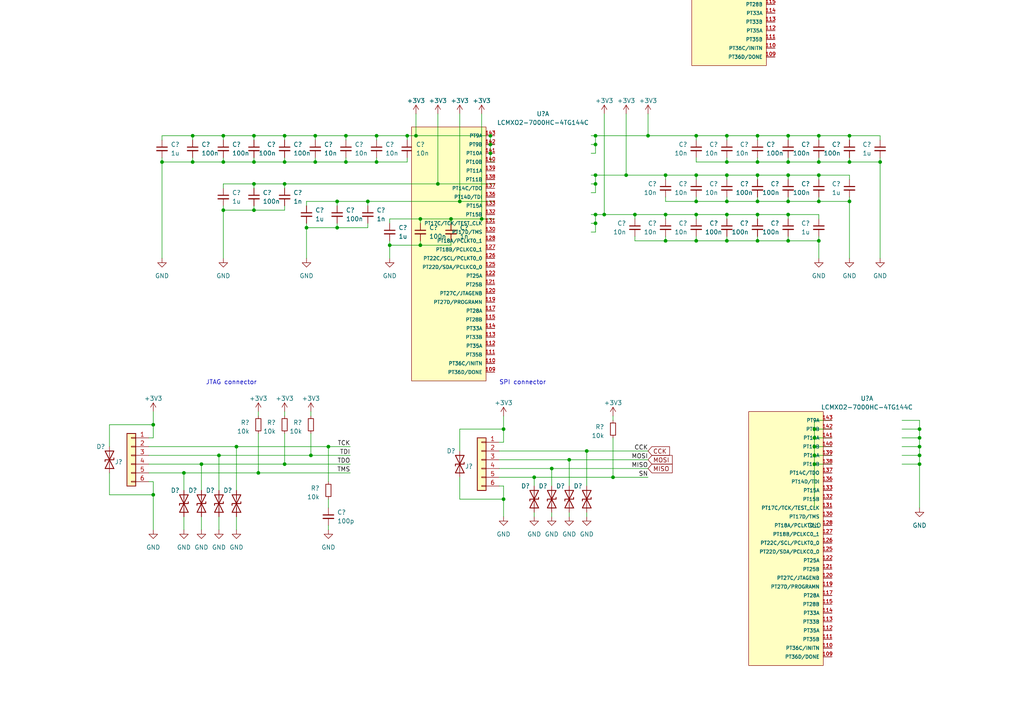
<source format=kicad_sch>
(kicad_sch (version 20220126) (generator eeschema)
  (paper "A4")
  (junction (at 53.34 137.16))
  (junction (at 236.22 134.62))
  (junction (at 146.05 144.78))
  (junction (at 63.5 132.08))
  (junction (at 228.6 69.85))
  (junction (at 68.58 129.54))
  (junction (at 172.72 41.91))
  (junction (at 187.96 39.37))
  (junction (at 82.55 53.34))
  (junction (at 118.11 39.37))
  (junction (at 219.71 50.8))
  (junction (at 46.99 46.99))
  (junction (at 201.93 58.42))
  (junction (at 219.71 69.85))
  (junction (at 236.22 127))
  (junction (at 121.92 71.12))
  (junction (at 172.72 64.77))
  (junction (at 228.6 46.99))
  (junction (at 113.03 71.12))
  (junction (at 44.45 143.51))
  (junction (at 210.82 46.99))
  (junction (at 73.66 39.37))
  (junction (at 106.68 58.42))
  (junction (at 266.7 132.08))
  (junction (at 97.79 66.04))
  (junction (at 130.81 63.5))
  (junction (at 246.38 39.37))
  (junction (at 160.02 135.89))
  (junction (at 219.71 58.42))
  (junction (at 266.7 129.54))
  (junction (at 100.33 39.37))
  (junction (at 133.35 58.42))
  (junction (at 193.04 69.85))
  (junction (at 64.77 60.96))
  (junction (at 73.66 46.99))
  (junction (at 181.61 50.8))
  (junction (at 228.6 39.37))
  (junction (at 58.42 134.62))
  (junction (at 266.7 124.46))
  (junction (at 228.6 50.8))
  (junction (at 146.05 124.46))
  (junction (at 172.72 50.8))
  (junction (at 73.66 60.96))
  (junction (at 82.55 46.99))
  (junction (at 237.49 58.42))
  (junction (at 237.49 46.99))
  (junction (at 91.44 39.37))
  (junction (at 266.7 134.62))
  (junction (at 64.77 46.99))
  (junction (at 228.6 58.42))
  (junction (at 201.93 69.85))
  (junction (at 210.82 50.8))
  (junction (at 55.88 46.99))
  (junction (at 74.93 137.16))
  (junction (at 236.22 129.54))
  (junction (at 73.66 53.34))
  (junction (at 201.93 62.23))
  (junction (at 237.49 50.8))
  (junction (at 201.93 39.37))
  (junction (at 266.7 127))
  (junction (at 210.82 39.37))
  (junction (at 91.44 46.99))
  (junction (at 210.82 62.23))
  (junction (at 121.92 63.5))
  (junction (at 236.22 124.46))
  (junction (at 236.22 132.08))
  (junction (at 142.24 39.37))
  (junction (at 172.72 53.34))
  (junction (at 165.1 133.35))
  (junction (at 175.26 62.23))
  (junction (at 172.72 39.37))
  (junction (at 172.72 62.23))
  (junction (at 139.7 63.5))
  (junction (at 120.65 39.37))
  (junction (at 127 53.34))
  (junction (at 193.04 62.23))
  (junction (at 237.49 69.85))
  (junction (at 64.77 39.37))
  (junction (at 44.45 123.19))
  (junction (at 237.49 39.37))
  (junction (at 88.9 66.04))
  (junction (at 246.38 58.42))
  (junction (at 100.33 46.99))
  (junction (at 82.55 134.62))
  (junction (at 219.71 62.23))
  (junction (at 55.88 39.37))
  (junction (at 90.17 132.08))
  (junction (at 142.24 44.45))
  (junction (at 170.18 130.81))
  (junction (at 184.15 62.23))
  (junction (at 142.24 41.91))
  (junction (at 210.82 69.85))
  (junction (at 97.79 58.42))
  (junction (at 154.94 138.43))
  (junction (at 177.8 138.43))
  (junction (at 109.22 39.37))
  (junction (at 255.27 46.99))
  (junction (at 95.25 129.54))
  (junction (at 82.55 39.37))
  (junction (at 219.71 46.99))
  (junction (at 210.82 58.42))
  (junction (at 201.93 50.8))
  (junction (at 246.38 46.99))
  (junction (at 228.6 62.23))
  (junction (at 193.04 50.8))
  (junction (at 219.71 39.37))
  (junction (at 109.22 46.99))
  (wire (pts (xy 246.38 58.42) (xy 246.38 74.93)))
  (wire (pts (xy 63.5 132.08) (xy 90.17 132.08)))
  (wire (pts (xy 130.81 63.5) (xy 139.7 63.5)))
  (wire (pts (xy 266.7 134.62) (xy 266.7 132.08)))
  (wire (pts (xy 44.45 143.51) (xy 44.45 153.67)))
  (wire (pts (xy 266.7 134.62) (xy 261.62 134.62)))
  (wire (pts (xy 160.02 135.89) (xy 160.02 140.97)))
  (wire (pts (xy 210.82 69.85) (xy 201.93 69.85)))
  (wire (pts (xy 82.55 60.96) (xy 73.66 60.96)))
  (wire (pts (xy 219.71 57.15) (xy 219.71 58.42)))
  (wire (pts (xy 113.03 71.12) (xy 113.03 74.93)))
  (wire (pts (xy 228.6 57.15) (xy 228.6 58.42)))
  (wire (pts (xy 228.6 45.72) (xy 228.6 46.99)))
  (wire (pts (xy 236.22 132.08) (xy 236.22 129.54)))
  (wire (pts (xy 172.72 50.8) (xy 181.61 50.8)))
  (wire (pts (xy 219.71 62.23) (xy 219.71 63.5)))
  (wire (pts (xy 90.17 125.73) (xy 90.17 132.08)))
  (wire (pts (xy 106.68 58.42) (xy 97.79 58.42)))
  (wire (pts (xy 55.88 39.37) (xy 55.88 40.64)))
  (wire (pts (xy 193.04 68.58) (xy 193.04 69.85)))
  (wire (pts (xy 55.88 46.99) (xy 46.99 46.99)))
  (wire (pts (xy 146.05 144.78) (xy 146.05 149.86)))
  (wire (pts (xy 228.6 50.8) (xy 228.6 52.07)))
  (wire (pts (xy 193.04 50.8) (xy 201.93 50.8)))
  (wire (pts (xy 266.7 127) (xy 261.62 127)))
  (wire (pts (xy 170.18 130.81) (xy 144.78 130.81)))
  (wire (pts (xy 133.35 130.81) (xy 133.35 124.46)))
  (wire (pts (xy 181.61 33.02) (xy 181.61 50.8)))
  (wire (pts (xy 53.34 137.16) (xy 53.34 142.24)))
  (wire (pts (xy 91.44 39.37) (xy 91.44 40.64)))
  (wire (pts (xy 210.82 68.58) (xy 210.82 69.85)))
  (wire (pts (xy 193.04 50.8) (xy 193.04 52.07)))
  (wire (pts (xy 236.22 124.46) (xy 236.22 121.92)))
  (wire (pts (xy 228.6 68.58) (xy 228.6 69.85)))
  (wire (pts (xy 95.25 129.54) (xy 101.6 129.54)))
  (wire (pts (xy 228.6 39.37) (xy 237.49 39.37)))
  (wire (pts (xy 31.75 129.54) (xy 31.75 123.19)))
  (wire (pts (xy 109.22 45.72) (xy 109.22 46.99)))
  (wire (pts (xy 82.55 59.69) (xy 82.55 60.96)))
  (wire (pts (xy 143.51 39.37) (xy 142.24 39.37)))
  (wire (pts (xy 210.82 62.23) (xy 210.82 63.5)))
  (wire (pts (xy 210.82 69.85) (xy 219.71 69.85)))
  (wire (pts (xy 201.93 39.37) (xy 201.93 40.64)))
  (wire (pts (xy 100.33 39.37) (xy 100.33 40.64)))
  (wire (pts (xy 97.79 58.42) (xy 97.79 59.69)))
  (wire (pts (xy 219.71 50.8) (xy 228.6 50.8)))
  (wire (pts (xy 190.5 -20.32) (xy 195.58 -20.32)))
  (wire (pts (xy 228.6 50.8) (xy 237.49 50.8)))
  (wire (pts (xy 175.26 33.02) (xy 175.26 62.23)))
  (wire (pts (xy 90.17 119.38) (xy 90.17 120.65)))
  (wire (pts (xy 127 33.02) (xy 127 53.34)))
  (wire (pts (xy 31.75 137.16) (xy 31.75 143.51)))
  (wire (pts (xy 201.93 50.8) (xy 201.93 52.07)))
  (wire (pts (xy 73.66 39.37) (xy 64.77 39.37)))
  (wire (pts (xy 193.04 62.23) (xy 193.04 63.5)))
  (wire (pts (xy 133.35 33.02) (xy 133.35 58.42)))
  (wire (pts (xy 201.93 62.23) (xy 201.93 63.5)))
  (wire (pts (xy 266.7 132.08) (xy 266.7 129.54)))
  (wire (pts (xy 43.18 134.62) (xy 58.42 134.62)))
  (wire (pts (xy 127 53.34) (xy 143.51 53.34)))
  (wire (pts (xy 177.8 127) (xy 177.8 138.43)))
  (wire (pts (xy 237.49 58.42) (xy 246.38 58.42)))
  (wire (pts (xy 121.92 63.5) (xy 113.03 63.5)))
  (wire (pts (xy 106.68 64.77) (xy 106.68 66.04)))
  (wire (pts (xy 146.05 120.65) (xy 146.05 124.46)))
  (wire (pts (xy 246.38 50.8) (xy 246.38 52.07)))
  (wire (pts (xy 46.99 46.99) (xy 46.99 74.93)))
  (wire (pts (xy 44.45 123.19) (xy 44.45 127)))
  (wire (pts (xy 237.49 57.15) (xy 237.49 58.42)))
  (wire (pts (xy 53.34 149.86) (xy 53.34 153.67)))
  (wire (pts (xy 210.82 62.23) (xy 201.93 62.23)))
  (wire (pts (xy 64.77 39.37) (xy 55.88 39.37)))
  (wire (pts (xy 82.55 45.72) (xy 82.55 46.99)))
  (wire (pts (xy 146.05 140.97) (xy 144.78 140.97)))
  (wire (pts (xy 133.35 138.43) (xy 133.35 144.78)))
  (wire (pts (xy 210.82 39.37) (xy 219.71 39.37)))
  (wire (pts (xy 95.25 129.54) (xy 95.25 139.7)))
  (wire (pts (xy 121.92 63.5) (xy 121.92 64.77)))
  (wire (pts (xy 73.66 39.37) (xy 73.66 40.64)))
  (wire (pts (xy 73.66 53.34) (xy 64.77 53.34)))
  (wire (pts (xy 210.82 50.8) (xy 210.82 52.07)))
  (wire (pts (xy 172.72 53.34) (xy 172.72 50.8)))
  (wire (pts (xy 154.94 138.43) (xy 154.94 140.97)))
  (wire (pts (xy 95.25 144.78) (xy 95.25 147.32)))
  (wire (pts (xy 187.96 138.43) (xy 177.8 138.43)))
  (wire (pts (xy 219.71 39.37) (xy 228.6 39.37)))
  (wire (pts (xy 219.71 62.23) (xy 228.6 62.23)))
  (wire (pts (xy 219.71 45.72) (xy 219.71 46.99)))
  (wire (pts (xy 88.9 58.42) (xy 88.9 59.69)))
  (wire (pts (xy 172.72 62.23) (xy 172.72 64.77)))
  (wire (pts (xy 236.22 127) (xy 241.3 127)))
  (wire (pts (xy 31.75 123.19) (xy 44.45 123.19)))
  (wire (pts (xy 237.49 50.8) (xy 246.38 50.8)))
  (wire (pts (xy 171.45 62.23) (xy 172.72 62.23)))
  (wire (pts (xy 210.82 39.37) (xy 210.82 40.64)))
  (wire (pts (xy 43.18 129.54) (xy 68.58 129.54)))
  (wire (pts (xy 210.82 58.42) (xy 219.71 58.42)))
  (wire (pts (xy 255.27 46.99) (xy 255.27 74.93)))
  (wire (pts (xy 181.61 50.8) (xy 193.04 50.8)))
  (wire (pts (xy 100.33 46.99) (xy 109.22 46.99)))
  (wire (pts (xy 109.22 39.37) (xy 100.33 39.37)))
  (wire (pts (xy 31.75 143.51) (xy 44.45 143.51)))
  (wire (pts (xy 113.03 -60.96) (xy 118.11 -60.96)))
  (wire (pts (xy 68.58 149.86) (xy 68.58 153.67)))
  (wire (pts (xy 171.45 55.88) (xy 172.72 55.88)))
  (wire (pts (xy 58.42 134.62) (xy 82.55 134.62)))
  (wire (pts (xy 187.96 130.81) (xy 170.18 130.81)))
  (wire (pts (xy 68.58 129.54) (xy 95.25 129.54)))
  (wire (pts (xy 139.7 33.02) (xy 139.7 63.5)))
  (wire (pts (xy 73.66 53.34) (xy 73.66 54.61)))
  (wire (pts (xy 237.49 46.99) (xy 246.38 46.99)))
  (wire (pts (xy 266.7 121.92) (xy 261.62 121.92)))
  (wire (pts (xy 177.8 138.43) (xy 154.94 138.43)))
  (wire (pts (xy 184.15 62.23) (xy 193.04 62.23)))
  (wire (pts (xy 228.6 62.23) (xy 228.6 63.5)))
  (wire (pts (xy 82.55 53.34) (xy 82.55 54.61)))
  (wire (pts (xy 133.35 124.46) (xy 146.05 124.46)))
  (wire (pts (xy 266.7 129.54) (xy 261.62 129.54)))
  (wire (pts (xy 100.33 46.99) (xy 91.44 46.99)))
  (wire (pts (xy 46.99 46.99) (xy 46.99 45.72)))
  (wire (pts (xy 193.04 58.42) (xy 201.93 58.42)))
  (wire (pts (xy 95.25 152.4) (xy 95.25 153.67)))
  (wire (pts (xy 53.34 137.16) (xy 74.93 137.16)))
  (wire (pts (xy 193.04 57.15) (xy 193.04 58.42)))
  (wire (pts (xy 82.55 53.34) (xy 127 53.34)))
  (wire (pts (xy 171.45 64.77) (xy 172.72 64.77)))
  (wire (pts (xy 171.45 53.34) (xy 172.72 53.34)))
  (wire (pts (xy 187.96 135.89) (xy 160.02 135.89)))
  (wire (pts (xy 130.81 71.12) (xy 121.92 71.12)))
  (wire (pts (xy 143.51 46.99) (xy 142.24 46.99)))
  (wire (pts (xy 130.81 69.85) (xy 130.81 71.12)))
  (wire (pts (xy 64.77 39.37) (xy 64.77 40.64)))
  (wire (pts (xy 201.93 50.8) (xy 210.82 50.8)))
  (wire (pts (xy 266.7 129.54) (xy 266.7 127)))
  (wire (pts (xy 97.79 58.42) (xy 88.9 58.42)))
  (wire (pts (xy 82.55 39.37) (xy 73.66 39.37)))
  (wire (pts (xy 201.93 45.72) (xy 201.93 46.99)))
  (wire (pts (xy 172.72 67.31) (xy 172.72 64.77)))
  (wire (pts (xy 142.24 44.45) (xy 143.51 44.45)))
  (wire (pts (xy 201.93 58.42) (xy 210.82 58.42)))
  (wire (pts (xy 210.82 45.72) (xy 210.82 46.99)))
  (wire (pts (xy 175.26 62.23) (xy 184.15 62.23)))
  (wire (pts (xy 172.72 41.91) (xy 172.72 39.37)))
  (wire (pts (xy 58.42 134.62) (xy 58.42 142.24)))
  (wire (pts (xy 44.45 119.38) (xy 44.45 123.19)))
  (wire (pts (xy 246.38 58.42) (xy 246.38 57.15)))
  (wire (pts (xy 74.93 125.73) (xy 74.93 137.16)))
  (wire (pts (xy 73.66 45.72) (xy 73.66 46.99)))
  (wire (pts (xy 219.71 69.85) (xy 228.6 69.85)))
  (wire (pts (xy 90.17 132.08) (xy 101.6 132.08)))
  (wire (pts (xy 82.55 134.62) (xy 101.6 134.62)))
  (wire (pts (xy 171.45 67.31) (xy 172.72 67.31)))
  (wire (pts (xy 46.99 39.37) (xy 46.99 40.64)))
  (wire (pts (xy 106.68 58.42) (xy 133.35 58.42)))
  (wire (pts (xy 100.33 39.37) (xy 91.44 39.37)))
  (wire (pts (xy 144.78 135.89) (xy 160.02 135.89)))
  (wire (pts (xy 184.15 62.23) (xy 184.15 63.5)))
  (wire (pts (xy 82.55 46.99) (xy 73.66 46.99)))
  (wire (pts (xy 144.78 138.43) (xy 154.94 138.43)))
  (wire (pts (xy 109.22 46.99) (xy 118.11 46.99)))
  (wire (pts (xy 190.5 -73.66) (xy 195.58 -73.66)))
  (wire (pts (xy 187.96 39.37) (xy 201.93 39.37)))
  (wire (pts (xy 44.45 127) (xy 43.18 127)))
  (wire (pts (xy 43.18 132.08) (xy 63.5 132.08)))
  (wire (pts (xy 121.92 69.85) (xy 121.92 71.12)))
  (wire (pts (xy 58.42 149.86) (xy 58.42 153.67)))
  (wire (pts (xy 88.9 66.04) (xy 88.9 64.77)))
  (wire (pts (xy 118.11 39.37) (xy 118.11 40.64)))
  (wire (pts (xy 133.35 58.42) (xy 143.51 58.42)))
  (wire (pts (xy 133.35 144.78) (xy 146.05 144.78)))
  (wire (pts (xy 82.55 125.73) (xy 82.55 134.62)))
  (wire (pts (xy 144.78 133.35) (xy 165.1 133.35)))
  (wire (pts (xy 64.77 45.72) (xy 64.77 46.99)))
  (wire (pts (xy 237.49 69.85) (xy 237.49 68.58)))
  (wire (pts (xy 171.45 41.91) (xy 172.72 41.91)))
  (wire (pts (xy 142.24 44.45) (xy 142.24 46.99)))
  (wire (pts (xy 236.22 134.62) (xy 236.22 132.08)))
  (wire (pts (xy 43.18 137.16) (xy 53.34 137.16)))
  (wire (pts (xy 97.79 66.04) (xy 88.9 66.04)))
  (wire (pts (xy 113.03 -73.66) (xy 118.11 -73.66)))
  (wire (pts (xy 193.04 62.23) (xy 201.93 62.23)))
  (wire (pts (xy 236.22 147.32) (xy 236.22 134.62)))
  (wire (pts (xy 142.24 39.37) (xy 142.24 41.91)))
  (wire (pts (xy 55.88 39.37) (xy 46.99 39.37)))
  (wire (pts (xy 237.49 39.37) (xy 237.49 40.64)))
  (wire (pts (xy 236.22 132.08) (xy 241.3 132.08)))
  (wire (pts (xy 120.65 33.02) (xy 120.65 39.37)))
  (wire (pts (xy 210.82 62.23) (xy 219.71 62.23)))
  (wire (pts (xy 255.27 39.37) (xy 255.27 40.64)))
  (wire (pts (xy 219.71 46.99) (xy 228.6 46.99)))
  (wire (pts (xy 74.93 137.16) (xy 101.6 137.16)))
  (wire (pts (xy 113.03 71.12) (xy 113.03 69.85)))
  (wire (pts (xy 63.5 149.86) (xy 63.5 153.67)))
  (wire (pts (xy 73.66 60.96) (xy 64.77 60.96)))
  (wire (pts (xy 44.45 139.7) (xy 43.18 139.7)))
  (wire (pts (xy 109.22 39.37) (xy 109.22 40.64)))
  (wire (pts (xy 121.92 71.12) (xy 113.03 71.12)))
  (wire (pts (xy 171.45 39.37) (xy 172.72 39.37)))
  (wire (pts (xy 44.45 139.7) (xy 44.45 143.51)))
  (wire (pts (xy 88.9 66.04) (xy 88.9 74.93)))
  (wire (pts (xy 172.72 62.23) (xy 175.26 62.23)))
  (wire (pts (xy 113.03 -71.12) (xy 118.11 -71.12)))
  (wire (pts (xy 228.6 62.23) (xy 237.49 62.23)))
  (wire (pts (xy 82.55 53.34) (xy 73.66 53.34)))
  (wire (pts (xy 130.81 63.5) (xy 130.81 64.77)))
  (wire (pts (xy 91.44 46.99) (xy 82.55 46.99)))
  (wire (pts (xy 171.45 44.45) (xy 172.72 44.45)))
  (wire (pts (xy 113.03 -63.5) (xy 118.11 -63.5)))
  (wire (pts (xy 91.44 45.72) (xy 91.44 46.99)))
  (wire (pts (xy 91.44 39.37) (xy 82.55 39.37)))
  (wire (pts (xy 74.93 119.38) (xy 74.93 120.65)))
  (wire (pts (xy 73.66 59.69) (xy 73.66 60.96)))
  (wire (pts (xy 236.22 129.54) (xy 236.22 127)))
  (wire (pts (xy 246.38 39.37) (xy 246.38 40.64)))
  (wire (pts (xy 82.55 39.37) (xy 82.55 40.64)))
  (wire (pts (xy 120.65 39.37) (xy 118.11 39.37)))
  (wire (pts (xy 64.77 60.96) (xy 64.77 59.69)))
  (wire (pts (xy 228.6 58.42) (xy 237.49 58.42)))
  (wire (pts (xy 266.7 132.08) (xy 261.62 132.08)))
  (wire (pts (xy 219.71 50.8) (xy 219.71 52.07)))
  (wire (pts (xy 146.05 140.97) (xy 146.05 144.78)))
  (wire (pts (xy 210.82 46.99) (xy 219.71 46.99)))
  (wire (pts (xy 106.68 58.42) (xy 106.68 59.69)))
  (wire (pts (xy 64.77 46.99) (xy 55.88 46.99)))
  (wire (pts (xy 201.93 68.58) (xy 201.93 69.85)))
  (wire (pts (xy 142.24 39.37) (xy 120.65 39.37)))
  (wire (pts (xy 187.96 33.02) (xy 187.96 39.37)))
  (wire (pts (xy 171.45 50.8) (xy 172.72 50.8)))
  (wire (pts (xy 236.22 124.46) (xy 241.3 124.46)))
  (wire (pts (xy 165.1 148.59) (xy 165.1 149.86)))
  (wire (pts (xy 266.7 124.46) (xy 266.7 121.92)))
  (wire (pts (xy 210.82 57.15) (xy 210.82 58.42)))
  (wire (pts (xy 219.71 68.58) (xy 219.71 69.85)))
  (wire (pts (xy 190.5 -76.2) (xy 195.58 -76.2)))
  (wire (pts (xy 68.58 129.54) (xy 68.58 142.24)))
  (wire (pts (xy 219.71 58.42) (xy 228.6 58.42)))
  (wire (pts (xy 172.72 39.37) (xy 187.96 39.37)))
  (wire (pts (xy 184.15 68.58) (xy 184.15 69.85)))
  (wire (pts (xy 237.49 69.85) (xy 237.49 74.93)))
  (wire (pts (xy 184.15 69.85) (xy 193.04 69.85)))
  (wire (pts (xy 266.7 124.46) (xy 261.62 124.46)))
  (wire (pts (xy 177.8 120.65) (xy 177.8 121.92)))
  (wire (pts (xy 55.88 45.72) (xy 55.88 46.99)))
  (wire (pts (xy 82.55 119.38) (xy 82.55 120.65)))
  (wire (pts (xy 172.72 55.88) (xy 172.72 53.34)))
  (wire (pts (xy 170.18 130.81) (xy 170.18 140.97)))
  (wire (pts (xy 139.7 63.5) (xy 143.51 63.5)))
  (wire (pts (xy 193.04 69.85) (xy 201.93 69.85)))
  (wire (pts (xy 64.77 53.34) (xy 64.77 54.61)))
  (wire (pts (xy 237.49 62.23) (xy 237.49 63.5)))
  (wire (pts (xy 228.6 39.37) (xy 228.6 40.64)))
  (wire (pts (xy 266.7 147.32) (xy 266.7 134.62)))
  (wire (pts (xy 201.93 57.15) (xy 201.93 58.42)))
  (wire (pts (xy 73.66 46.99) (xy 64.77 46.99)))
  (wire (pts (xy 266.7 127) (xy 266.7 124.46)))
  (wire (pts (xy 236.22 127) (xy 236.22 124.46)))
  (wire (pts (xy 142.24 41.91) (xy 143.51 41.91)))
  (wire (pts (xy 172.72 44.45) (xy 172.72 41.91)))
  (wire (pts (xy 63.5 132.08) (xy 63.5 142.24)))
  (wire (pts (xy 187.96 133.35) (xy 165.1 133.35)))
  (wire (pts (xy 142.24 41.91) (xy 142.24 44.45)))
  (wire (pts (xy 154.94 148.59) (xy 154.94 149.86)))
  (wire (pts (xy 236.22 129.54) (xy 241.3 129.54)))
  (wire (pts (xy 255.27 46.99) (xy 255.27 45.72)))
  (wire (pts (xy 237.49 39.37) (xy 246.38 39.37)))
  (wire (pts (xy 236.22 134.62) (xy 241.3 134.62)))
  (wire (pts (xy 106.68 66.04) (xy 97.79 66.04)))
  (wire (pts (xy 146.05 124.46) (xy 146.05 128.27)))
  (wire (pts (xy 165.1 133.35) (xy 165.1 140.97)))
  (wire (pts (xy 100.33 45.72) (xy 100.33 46.99)))
  (wire (pts (xy 201.93 39.37) (xy 210.82 39.37)))
  (wire (pts (xy 219.71 39.37) (xy 219.71 40.64)))
  (wire (pts (xy 201.93 46.99) (xy 210.82 46.99)))
  (wire (pts (xy 64.77 60.96) (xy 64.77 74.93)))
  (wire (pts (xy 236.22 121.92) (xy 241.3 121.92)))
  (wire (pts (xy 210.82 50.8) (xy 219.71 50.8)))
  (wire (pts (xy 190.5 -22.86) (xy 195.58 -22.86)))
  (wire (pts (xy 160.02 148.59) (xy 160.02 149.86)))
  (wire (pts (xy 246.38 45.72) (xy 246.38 46.99)))
  (wire (pts (xy 246.38 46.99) (xy 255.27 46.99)))
  (wire (pts (xy 97.79 64.77) (xy 97.79 66.04)))
  (wire (pts (xy 118.11 45.72) (xy 118.11 46.99)))
  (wire (pts (xy 146.05 128.27) (xy 144.78 128.27)))
  (wire (pts (xy 246.38 39.37) (xy 255.27 39.37)))
  (wire (pts (xy 237.49 50.8) (xy 237.49 52.07)))
  (wire (pts (xy 130.81 63.5) (xy 121.92 63.5)))
  (wire (pts (xy 113.03 63.5) (xy 113.03 64.77)))
  (wire (pts (xy 170.18 148.59) (xy 170.18 149.86)))
  (wire (pts (xy 228.6 69.85) (xy 237.49 69.85)))
  (wire (pts (xy 228.6 46.99) (xy 237.49 46.99)))
  (wire (pts (xy 118.11 39.37) (xy 109.22 39.37)))
  (wire (pts (xy 237.49 45.72) (xy 237.49 46.99)))
  (text "SPI connector" (at 144.78 111.76 0) (effects (font (size 1.27 1.27)) (justify left bottom)))
  (text "JTAG connector" (at 59.69 111.76 0) (effects (font (size 1.27 1.27)) (justify left bottom)))
  (label "TCK" (at 118.11 -63.5 0))
  (label "MISO" (at 187.96 135.89 0))
  (label "CCK" (at 195.58 -76.2 0))
  (label "TDO" (at 118.11 -73.66 0))
  (label "MOSI" (at 187.96 133.35 0))
  (label "TDI" (at 118.11 -71.12 0))
  (label "MISO" (at 195.58 -73.66 0))
  (label "TDO" (at 101.6 134.62 0))
  (label "SN" (at 195.58 -22.86 0))
  (label "TMS" (at 101.6 137.16 0))
  (label "CCK" (at 187.96 130.81 0))
  (label "TDI" (at 101.6 132.08 0))
  (label "TMS" (at 118.11 -60.96 0))
  (label "SN" (at 187.96 138.43 0))
  (label "TCK" (at 101.6 129.54 0))
  (label "MOSI" (at 195.58 -20.32 0))
  (global_label "MISO" (shape input) (at 187.96 135.89 0) (property "Intersheetrefs" "${INTERSHEET_REFS}" (at 195.3983 135.89 0) (effects (justify left))))
  (global_label "MOSI" (shape input) (at 187.96 133.35 0) (property "Intersheetrefs" "${INTERSHEET_REFS}" (at 195.3983 133.35 0) (effects (justify left))))
  (global_label "CCK" (shape input) (at 187.96 130.81 0) (property "Intersheetrefs" "${INTERSHEET_REFS}" (at 194.6121 130.81 0) (effects (justify left))))
  (symbol (lib_id "Device:D_TVS") (at 58.42 146.05 270) (mirror x)
    (property "Reference" "D?" (at 54.61 142.24 90) (effects (justify left)))
    (property "Value" "D_TVS" (effects hide))
  )
  (symbol (lib_id "power:+3V3") (at 74.93 119.38 0) (mirror y)
    (property "Reference" "#PWR?" (effects hide))
    (property "Value" "+3V3" (at 74.93 115.57 0))
  )
  (symbol (lib_id "Device:C_Small") (at 228.6 66.04 0) (mirror y)
    (property "Reference" "C?" (at 226.06 64.77 0) (effects (justify left)))
    (property "Value" "100n" (at 226.06 67.31 0) (effects (justify left)))
  )
  (symbol (lib_id "LCMXO2-7000HC-4TG144C:LCMXO2-7000HC-4TG144C") (at 224.79 -52.07 0)
    (property "Reference" "U?" (at 213.995 -58.42 0))
    (property "Value" "LCMXO2-7000HC-4TG144C" (at 213.995 -55.88 0))
    (property "Footprint" "Lattice_Semiconductor-LCMXO2-7000HC-4TG144C-*" (effects hide))
    (property "Code  JEDEC" "MS-026-BFB" (effects hide))
    (property "Datasheet Version" "ver01.0, Nov-2010" (effects hide))
    (property "Package Description" "144-Pin Thin Quad Flat Pack (TQFP144)" (effects hide))
    (property "Package Version" "ver02.6, Nov-2010" (effects hide))
    (property "category" "IC" (effects hide))
    (property "ciiva ids" "1116327" (effects hide))
    (property "library id" "084fd9f11f2660d8" (effects hide))
    (property "manufacturer" "Lattice Semiconductor" (effects hide))
    (property "package" "TQFP144" (effects hide))
    (property "release date" "1300234499" (effects hide))
    (property "vault revision" "47FCDD95-B9D3-4069-B733-BF44818F3876" (effects hide))
    (property "imported" "yes" (effects hide))
  )
  (symbol (lib_id "Device:C_Small") (at 201.93 66.04 0) (mirror y)
    (property "Reference" "C?" (at 199.39 64.77 0) (effects (justify left)))
    (property "Value" "10n" (at 199.39 67.31 0) (effects (justify left)))
  )
  (symbol (lib_id "Device:C_Small") (at 219.71 54.61 0) (mirror y)
    (property "Reference" "C?" (at 214.63 53.34 0) (effects (justify right)))
    (property "Value" "100n" (at 213.36 55.88 0) (effects (justify right)))
  )
  (symbol (lib_id "power:GND") (at 170.18 149.86 0) (mirror y)
    (property "Reference" "#PWR?" (effects hide))
    (property "Value" "GND" (at 170.18 154.94 0))
  )
  (symbol (lib_id "Device:D_TVS") (at 154.94 144.78 270) (mirror x)
    (property "Reference" "D?" (at 151.13 140.97 90) (effects (justify left)))
    (property "Value" "D_TVS" (effects hide))
  )
  (symbol (lib_id "Device:C_Small") (at 73.66 57.15 0)
    (property "Reference" "C?" (at 76.2 55.88 0) (effects (justify left)))
    (property "Value" "100n" (at 76.2 58.42 0) (effects (justify left)))
  )
  (symbol (lib_id "Device:C_Small") (at 219.71 66.04 0) (mirror y)
    (property "Reference" "C?" (at 217.17 64.77 0) (effects (justify left)))
    (property "Value" "100n" (at 217.17 67.31 0) (effects (justify left)))
  )
  (symbol (lib_id "Device:C_Small") (at 193.04 66.04 0) (mirror y)
    (property "Reference" "C?" (at 190.5 64.77 0) (effects (justify left)))
    (property "Value" "10n" (at 190.5 67.31 0) (effects (justify left)))
  )
  (symbol (lib_id "Connector_Generic:Conn_01x06") (at 139.7 133.35 0) (mirror y)
    (property "Reference" "J?" (at 137.16 135.255 0) (effects (justify left)))
    (property "Value" "Conn_01x06" (effects hide))
  )
  (symbol (lib_id "power:+3V3") (at 146.05 120.65 0) (mirror y)
    (property "Reference" "#PWR?" (effects hide))
    (property "Value" "+3V3" (at 146.05 116.84 0))
  )
  (symbol (lib_id "Device:C_Small") (at 46.99 43.18 0)
    (property "Reference" "C?" (at 49.53 41.91 0) (effects (justify left)))
    (property "Value" "1u" (at 49.53 44.45 0) (effects (justify left)))
  )
  (symbol (lib_id "power:+3V3") (at 133.35 33.02 0)
    (property "Reference" "#PWR?" (effects hide))
    (property "Value" "+3V3" (at 133.35 29.21 0))
  )
  (symbol (lib_id "Device:D_TVS") (at 160.02 144.78 270) (mirror x)
    (property "Reference" "D?" (at 156.21 140.97 90) (effects (justify left)))
    (property "Value" "D_TVS" (effects hide))
  )
  (symbol (lib_id "power:+3V3") (at 177.8 120.65 0) (mirror y)
    (property "Reference" "#PWR?" (effects hide))
    (property "Value" "+3V3" (at 177.8 116.84 0))
  )
  (symbol (lib_id "Device:C_Small") (at 201.93 43.18 0) (mirror y)
    (property "Reference" "C?" (at 199.39 41.91 0) (effects (justify left)))
    (property "Value" "10n" (at 199.39 44.45 0) (effects (justify left)))
  )
  (symbol (lib_id "Device:D_TVS") (at 165.1 144.78 270) (mirror x)
    (property "Reference" "D?" (at 161.29 140.97 90) (effects (justify left)))
    (property "Value" "D_TVS" (effects hide))
  )
  (symbol (lib_id "Device:C_Small") (at 210.82 43.18 0) (mirror y)
    (property "Reference" "C?" (at 208.28 41.91 0) (effects (justify left)))
    (property "Value" "10n" (at 208.28 44.45 0) (effects (justify left)))
  )
  (symbol (lib_id "Device:C_Small") (at 82.55 43.18 0)
    (property "Reference" "C?" (at 85.09 41.91 0) (effects (justify left)))
    (property "Value" "100n" (at 85.09 44.45 0) (effects (justify left)))
  )
  (symbol (lib_id "power:GND") (at 146.05 149.86 0) (mirror y)
    (property "Reference" "#PWR?" (effects hide))
    (property "Value" "GND" (at 146.05 154.94 0))
  )
  (symbol (lib_id "power:GND") (at 64.77 74.93 0)
    (property "Reference" "#PWR?" (effects hide))
    (property "Value" "GND" (at 64.77 80.01 0))
  )
  (symbol (lib_id "power:+3V3") (at 187.96 33.02 0)
    (property "Reference" "#PWR?" (effects hide))
    (property "Value" "+3V3" (at 187.96 29.21 0))
  )
  (symbol (lib_id "power:+3V3") (at 139.7 33.02 0)
    (property "Reference" "#PWR?" (effects hide))
    (property "Value" "+3V3" (at 139.7 29.21 0))
  )
  (symbol (lib_id "power:+3V3") (at 82.55 119.38 0) (mirror y)
    (property "Reference" "#PWR?" (effects hide))
    (property "Value" "+3V3" (at 82.55 115.57 0))
  )
  (symbol (lib_id "Device:R_Small") (at 74.93 123.19 0) (mirror y)
    (property "Reference" "R?" (at 72.39 122.555 0) (effects (justify left)))
    (property "Value" "10k" (at 72.39 125.095 0) (effects (justify left)))
  )
  (symbol (lib_id "Device:C_Small") (at 246.38 54.61 0) (mirror y)
    (property "Reference" "C?" (at 243.84 53.34 0) (effects (justify left)))
    (property "Value" "1u" (at 243.84 55.88 0) (effects (justify left)))
  )
  (symbol (lib_id "Device:R_Small") (at 95.25 142.24 0) (mirror y) (unit 1)
    (property "Reference" "R?" (at 92.71 141.605 0) (effects (justify left)))
    (property "Value" "10k" (at 92.71 144.145 0) (effects (justify left)))
  )
  (symbol (lib_id "Device:C_Small") (at 130.81 67.31 0)
    (property "Reference" "C?" (at 133.35 66.04 0) (effects (justify left)))
    (property "Value" "1n" (at 133.35 68.58 0) (effects (justify left)))
  )
  (symbol (lib_id "Device:D_TVS") (at 53.34 146.05 270) (mirror x)
    (property "Reference" "D?" (at 49.53 142.24 90) (effects (justify left)))
    (property "Value" "D_TVS" (effects hide))
  )
  (symbol (lib_id "Device:C_Small") (at 118.11 43.18 0)
    (property "Reference" "C?" (at 120.65 41.91 0) (effects (justify left)))
    (property "Value" "10n" (at 120.65 44.45 0) (effects (justify left)))
  )
  (symbol (lib_id "Device:C_Small") (at 255.27 43.18 0) (mirror y)
    (property "Reference" "C?" (at 252.73 41.91 0) (effects (justify left)))
    (property "Value" "1u" (at 252.73 44.45 0) (effects (justify left)))
  )
  (symbol (lib_id "Device:D_TVS") (at 170.18 144.78 270) (mirror x)
    (property "Reference" "D?" (at 166.37 140.97 90) (effects (justify left)))
    (property "Value" "D_TVS" (effects hide))
  )
  (symbol (lib_id "Device:C_Small") (at 106.68 62.23 0)
    (property "Reference" "C?" (at 109.22 60.96 0) (effects (justify left)))
    (property "Value" "1n" (at 109.22 63.5 0) (effects (justify left)))
  )
  (symbol (lib_id "Device:C_Small") (at 64.77 43.18 0)
    (property "Reference" "C?" (at 67.31 41.91 0) (effects (justify left)))
    (property "Value" "100n" (at 67.31 44.45 0) (effects (justify left)))
  )
  (symbol (lib_name "LCMXO2-7000HC-4TG144C_1") (lib_id "LCMXO2-7000HC-4TG144C:LCMXO2-7000HC-4TG144C") (at 143.51 39.37 0)
    (property "Reference" "U?" (at 157.48 33.02 0))
    (property "Value" "LCMXO2-7000HC-4TG144C" (at 157.48 35.56 0))
    (property "Footprint" "Lattice_Semiconductor-LCMXO2-7000HC-4TG144C-*" (effects hide))
    (property "Code  JEDEC" "MS-026-BFB" (effects hide))
    (property "Datasheet Version" "ver01.0, Nov-2010" (effects hide))
    (property "Package Description" "144-Pin Thin Quad Flat Pack (TQFP144)" (effects hide))
    (property "Package Version" "ver02.6, Nov-2010" (effects hide))
    (property "category" "IC" (effects hide))
    (property "ciiva ids" "1116327" (effects hide))
    (property "library id" "084fd9f11f2660d8" (effects hide))
    (property "manufacturer" "Lattice Semiconductor" (effects hide))
    (property "package" "TQFP144" (effects hide))
    (property "release date" "1300234499" (effects hide))
    (property "vault revision" "47FCDD95-B9D3-4069-B733-BF44818F3876" (effects hide))
    (property "imported" "yes" (effects hide))
  )
  (symbol (lib_id "Device:C_Small") (at 64.77 57.15 0)
    (property "Reference" "C?" (at 67.31 55.88 0) (effects (justify left)))
    (property "Value" "1u" (at 67.31 58.42 0) (effects (justify left)))
  )
  (symbol (lib_id "power:+3V3") (at 44.45 119.38 0) (mirror y)
    (property "Reference" "#PWR?" (effects hide))
    (property "Value" "+3V3" (at 44.45 115.57 0))
  )
  (symbol (lib_id "Connector_Generic:Conn_01x06") (at 38.1 132.08 0) (mirror y)
    (property "Reference" "J?" (at 35.56 133.985 0) (effects (justify left)))
    (property "Value" "Conn_01x06" (effects hide))
  )
  (symbol (lib_id "LCMXO2-7000HC-4TG144C:LCMXO2-7000HC-4TG144C") (at 190.5 -91.44 0)
    (property "Reference" "U?" (at 178.435 -97.79 0))
    (property "Value" "LCMXO2-7000HC-4TG144C" (at 178.435 -95.25 0))
    (property "Footprint" "Lattice_Semiconductor-LCMXO2-7000HC-4TG144C-*" (effects hide))
    (property "Code  JEDEC" "MS-026-BFB" (effects hide))
    (property "Datasheet Version" "ver01.0, Nov-2010" (effects hide))
    (property "Package Description" "144-Pin Thin Quad Flat Pack (TQFP144)" (effects hide))
    (property "Package Version" "ver02.6, Nov-2010" (effects hide))
    (property "category" "IC" (effects hide))
    (property "ciiva ids" "1116327" (effects hide))
    (property "library id" "084fd9f11f2660d8" (effects hide))
    (property "manufacturer" "Lattice Semiconductor" (effects hide))
    (property "package" "TQFP144" (effects hide))
    (property "release date" "1300234499" (effects hide))
    (property "vault revision" "47FCDD95-B9D3-4069-B733-BF44818F3876" (effects hide))
    (property "imported" "yes" (effects hide))
  )
  (symbol (lib_id "Device:C_Small") (at 55.88 43.18 0)
    (property "Reference" "C?" (at 58.42 41.91 0) (effects (justify left)))
    (property "Value" "100n" (at 58.42 44.45 0) (effects (justify left)))
  )
  (symbol (lib_id "power:+3V3") (at 120.65 33.02 0)
    (property "Reference" "#PWR?" (effects hide))
    (property "Value" "+3V3" (at 120.65 29.21 0))
  )
  (symbol (lib_id "power:GND") (at 58.42 153.67 0) (mirror y)
    (property "Reference" "#PWR?" (effects hide))
    (property "Value" "GND" (at 58.42 158.75 0))
  )
  (symbol (lib_id "Device:D_TVS") (at 63.5 146.05 270) (mirror x)
    (property "Reference" "D?" (at 59.69 142.24 90) (effects (justify left)))
    (property "Value" "D_TVS" (effects hide))
  )
  (symbol (lib_id "Device:C_Small") (at 228.6 54.61 0) (mirror y)
    (property "Reference" "C?" (at 226.06 53.34 0) (effects (justify left)))
    (property "Value" "100n" (at 226.06 55.88 0) (effects (justify left)))
  )
  (symbol (lib_id "power:GND") (at 165.1 149.86 0) (mirror y)
    (property "Reference" "#PWR?" (effects hide))
    (property "Value" "GND" (at 165.1 154.94 0))
  )
  (symbol (lib_id "Device:D_TVS") (at 133.35 134.62 270) (mirror x)
    (property "Reference" "D?" (at 129.54 130.81 90) (effects (justify left)))
    (property "Value" "D_TVS" (effects hide))
  )
  (symbol (lib_id "Device:R_Small") (at 90.17 123.19 0) (mirror y)
    (property "Reference" "R?" (at 87.63 122.555 0) (effects (justify left)))
    (property "Value" "10k" (at 87.63 125.095 0) (effects (justify left)))
  )
  (symbol (lib_id "Device:C_Small") (at 210.82 54.61 0) (mirror y)
    (property "Reference" "C?" (at 208.28 53.34 0) (effects (justify left)))
    (property "Value" "10n" (at 208.28 55.88 0) (effects (justify left)))
  )
  (symbol (lib_id "LCMXO2-7000HC-4TG144C:LCMXO2-7000HC-4TG144C") (at 152.4 -90.17 0)
    (property "Reference" "U?" (at 137.795 -96.52 0))
    (property "Value" "LCMXO2-7000HC-4TG144C" (at 137.795 -93.98 0))
    (property "Footprint" "Lattice_Semiconductor-LCMXO2-7000HC-4TG144C-*" (effects hide))
    (property "Code  JEDEC" "MS-026-BFB" (effects hide))
    (property "Datasheet Version" "ver01.0, Nov-2010" (effects hide))
    (property "Package Description" "144-Pin Thin Quad Flat Pack (TQFP144)" (effects hide))
    (property "Package Version" "ver02.6, Nov-2010" (effects hide))
    (property "category" "IC" (effects hide))
    (property "ciiva ids" "1116327" (effects hide))
    (property "library id" "084fd9f11f2660d8" (effects hide))
    (property "manufacturer" "Lattice Semiconductor" (effects hide))
    (property "package" "TQFP144" (effects hide))
    (property "release date" "1300234499" (effects hide))
    (property "vault revision" "47FCDD95-B9D3-4069-B733-BF44818F3876" (effects hide))
    (property "imported" "yes" (effects hide))
  )
  (symbol (lib_id "power:GND") (at 53.34 153.67 0) (mirror y)
    (property "Reference" "#PWR?" (effects hide))
    (property "Value" "GND" (at 53.34 158.75 0))
  )
  (symbol (lib_id "Device:C_Small") (at 82.55 57.15 0)
    (property "Reference" "C?" (at 85.09 55.88 0) (effects (justify left)))
    (property "Value" "1n" (at 85.09 58.42 0) (effects (justify left)))
  )
  (symbol (lib_id "Device:D_TVS") (at 68.58 146.05 270) (mirror x)
    (property "Reference" "D?" (at 64.77 142.24 90) (effects (justify left)))
    (property "Value" "D_TVS" (effects hide))
  )
  (symbol (lib_id "Device:C_Small") (at 219.71 43.18 0) (mirror y)
    (property "Reference" "C?" (at 217.17 41.91 0) (effects (justify left)))
    (property "Value" "10n" (at 217.17 44.45 0) (effects (justify left)))
  )
  (symbol (lib_id "Device:C_Small") (at 95.25 149.86 0) (unit 1)
    (property "Reference" "C?" (at 97.79 148.59 0) (effects (justify left)))
    (property "Value" "100p" (at 97.79 151.13 0) (effects (justify left)))
  )
  (symbol (lib_id "power:GND") (at 154.94 149.86 0) (mirror y)
    (property "Reference" "#PWR?" (effects hide))
    (property "Value" "GND" (at 154.94 154.94 0))
  )
  (symbol (lib_id "Device:C_Small") (at 193.04 54.61 0) (mirror y)
    (property "Reference" "C?" (at 190.5 53.34 0) (effects (justify left)))
    (property "Value" "10n" (at 190.5 55.88 0) (effects (justify left)))
  )
  (symbol (lib_id "LCMXO2-7000HC-4TG144C:LCMXO2-7000HC-4TG144C") (at 223.52 -90.17 0)
    (property "Reference" "U?" (at 212.725 -96.52 0))
    (property "Value" "LCMXO2-7000HC-4TG144C" (at 212.725 -93.98 0))
    (property "Footprint" "Lattice_Semiconductor-LCMXO2-7000HC-4TG144C-*" (effects hide))
    (property "Code  JEDEC" "MS-026-BFB" (effects hide))
    (property "Datasheet Version" "ver01.0, Nov-2010" (effects hide))
    (property "Package Description" "144-Pin Thin Quad Flat Pack (TQFP144)" (effects hide))
    (property "Package Version" "ver02.6, Nov-2010" (effects hide))
    (property "category" "IC" (effects hide))
    (property "ciiva ids" "1116327" (effects hide))
    (property "library id" "084fd9f11f2660d8" (effects hide))
    (property "manufacturer" "Lattice Semiconductor" (effects hide))
    (property "package" "TQFP144" (effects hide))
    (property "release date" "1300234499" (effects hide))
    (property "vault revision" "47FCDD95-B9D3-4069-B733-BF44818F3876" (effects hide))
    (property "imported" "yes" (effects hide))
  )
  (symbol (lib_id "power:GND") (at 236.22 147.32 0)
    (property "Reference" "#PWR?" (effects hide))
    (property "Value" "GND" (at 236.22 152.4 0))
  )
  (symbol (lib_id "power:GND") (at 95.25 153.67 0) (mirror y) (unit 1)
    (property "Reference" "#PWR?" (effects hide))
    (property "Value" "GND" (at 95.25 158.75 0))
  )
  (symbol (lib_id "Device:C_Small") (at 97.79 62.23 0)
    (property "Reference" "C?" (at 100.33 60.96 0) (effects (justify left)))
    (property "Value" "100n" (at 100.33 63.5 0) (effects (justify left)))
  )
  (symbol (lib_id "power:GND") (at 46.99 74.93 0)
    (property "Reference" "#PWR?" (effects hide))
    (property "Value" "GND" (at 46.99 80.01 0))
  )
  (symbol (lib_id "power:GND") (at 266.7 147.32 0) (mirror y)
    (property "Reference" "#PWR?" (effects hide))
    (property "Value" "GND" (at 266.7 152.4 0))
  )
  (symbol (lib_id "Device:C_Small") (at 100.33 43.18 0)
    (property "Reference" "C?" (at 102.87 41.91 0) (effects (justify left)))
    (property "Value" "10n" (at 102.87 44.45 0) (effects (justify left)))
  )
  (symbol (lib_id "Device:C_Small") (at 73.66 43.18 0)
    (property "Reference" "C?" (at 80.01 41.91 0) (effects (justify right)))
    (property "Value" "100n" (at 80.01 44.45 0) (effects (justify right)))
  )
  (symbol (lib_id "power:+3V3") (at 127 33.02 0)
    (property "Reference" "#PWR?" (effects hide))
    (property "Value" "+3V3" (at 127 29.21 0))
  )
  (symbol (lib_id "Device:C_Small") (at 201.93 54.61 0) (mirror y)
    (property "Reference" "C?" (at 199.39 53.34 0) (effects (justify left)))
    (property "Value" "10n" (at 199.39 55.88 0) (effects (justify left)))
  )
  (symbol (lib_id "Device:C_Small") (at 113.03 67.31 0)
    (property "Reference" "C?" (at 115.57 66.04 0) (effects (justify left)))
    (property "Value" "1u" (at 115.57 68.58 0) (effects (justify left)))
  )
  (symbol (lib_id "Device:C_Small") (at 237.49 54.61 0) (mirror y)
    (property "Reference" "C?" (at 234.95 53.34 0) (effects (justify left)))
    (property "Value" "100n" (at 234.95 55.88 0) (effects (justify left)))
  )
  (symbol (lib_id "Device:C_Small") (at 88.9 62.23 0)
    (property "Reference" "C?" (at 91.44 60.96 0) (effects (justify left)))
    (property "Value" "1u" (at 91.44 63.5 0) (effects (justify left)))
  )
  (symbol (lib_id "Device:C_Small") (at 228.6 43.18 0) (mirror y)
    (property "Reference" "C?" (at 222.25 41.91 0) (effects (justify right)))
    (property "Value" "100n" (at 222.25 44.45 0) (effects (justify right)))
  )
  (symbol (lib_id "power:+3V3") (at 90.17 119.38 0) (mirror y)
    (property "Reference" "#PWR?" (effects hide))
    (property "Value" "+3V3" (at 90.17 115.57 0))
  )
  (symbol (lib_id "Device:C_Small") (at 121.92 67.31 0)
    (property "Reference" "C?" (at 124.46 66.04 0) (effects (justify left)))
    (property "Value" "100n" (at 124.46 68.58 0) (effects (justify left)))
  )
  (symbol (lib_id "Device:C_Small") (at 91.44 43.18 0)
    (property "Reference" "C?" (at 93.98 41.91 0) (effects (justify left)))
    (property "Value" "10n" (at 93.98 44.45 0) (effects (justify left)))
  )
  (symbol (lib_id "LCMXO2-7000HC-4TG144C:LCMXO2-7000HC-4TG144C") (at 241.3 121.92 0)
    (property "Reference" "U?" (at 251.46 115.57 0))
    (property "Value" "LCMXO2-7000HC-4TG144C" (at 251.46 118.11 0))
    (property "Footprint" "Lattice_Semiconductor-LCMXO2-7000HC-4TG144C-*" (effects hide))
    (property "Code  JEDEC" "MS-026-BFB" (effects hide))
    (property "Datasheet Version" "ver01.0, Nov-2010" (effects hide))
    (property "Package Description" "144-Pin Thin Quad Flat Pack (TQFP144)" (effects hide))
    (property "Package Version" "ver02.6, Nov-2010" (effects hide))
    (property "category" "IC" (effects hide))
    (property "ciiva ids" "1116327" (effects hide))
    (property "library id" "084fd9f11f2660d8" (effects hide))
    (property "manufacturer" "Lattice Semiconductor" (effects hide))
    (property "package" "TQFP144" (effects hide))
    (property "release date" "1300234499" (effects hide))
    (property "vault revision" "47FCDD95-B9D3-4069-B733-BF44818F3876" (effects hide))
    (property "imported" "yes" (effects hide))
  )
  (symbol (lib_id "power:GND") (at 160.02 149.86 0) (mirror y)
    (property "Reference" "#PWR?" (effects hide))
    (property "Value" "GND" (at 160.02 154.94 0))
  )
  (symbol (lib_id "LCMXO2-7000HC-4TG144C:LCMXO2-7000HC-4TG144C") (at 257.81 -92.71 0)
    (property "Reference" "U?" (at 246.38 -99.06 0))
    (property "Value" "LCMXO2-7000HC-4TG144C" (at 246.38 -96.52 0))
    (property "Footprint" "Lattice_Semiconductor-LCMXO2-7000HC-4TG144C-*" (effects hide))
    (property "Code  JEDEC" "MS-026-BFB" (effects hide))
    (property "Datasheet Version" "ver01.0, Nov-2010" (effects hide))
    (property "Package Description" "144-Pin Thin Quad Flat Pack (TQFP144)" (effects hide))
    (property "Package Version" "ver02.6, Nov-2010" (effects hide))
    (property "category" "IC" (effects hide))
    (property "ciiva ids" "1116327" (effects hide))
    (property "library id" "084fd9f11f2660d8" (effects hide))
    (property "manufacturer" "Lattice Semiconductor" (effects hide))
    (property "package" "TQFP144" (effects hide))
    (property "release date" "1300234499" (effects hide))
    (property "vault revision" "47FCDD95-B9D3-4069-B733-BF44818F3876" (effects hide))
    (property "imported" "yes" (effects hide))
  )
  (symbol (lib_id "power:GND") (at 68.58 153.67 0) (mirror y)
    (property "Reference" "#PWR?" (effects hide))
    (property "Value" "GND" (at 68.58 158.75 0))
  )
  (symbol (lib_id "power:GND") (at 88.9 74.93 0)
    (property "Reference" "#PWR?" (effects hide))
    (property "Value" "GND" (at 88.9 80.01 0))
  )
  (symbol (lib_id "power:GND") (at 63.5 153.67 0) (mirror y)
    (property "Reference" "#PWR?" (effects hide))
    (property "Value" "GND" (at 63.5 158.75 0))
  )
  (symbol (lib_id "Device:R_Small") (at 82.55 123.19 0) (mirror y)
    (property "Reference" "R?" (at 80.01 122.555 0) (effects (justify left)))
    (property "Value" "10k" (at 80.01 125.095 0) (effects (justify left)))
  )
  (symbol (lib_id "power:+3V3") (at 175.26 33.02 0)
    (property "Reference" "#PWR?" (effects hide))
    (property "Value" "+3V3" (at 175.26 29.21 0))
  )
  (symbol (lib_id "Device:R_Small") (at 177.8 124.46 0) (mirror y)
    (property "Reference" "R?" (at 175.26 123.825 0) (effects (justify left)))
    (property "Value" "10k" (at 175.26 126.365 0) (effects (justify left)))
  )
  (symbol (lib_id "Device:D_TVS") (at 31.75 133.35 270) (mirror x)
    (property "Reference" "D?" (at 27.94 129.54 90) (effects (justify left)))
    (property "Value" "D_TVS" (effects hide))
  )
  (symbol (lib_id "Device:C_Small") (at 109.22 43.18 0)
    (property "Reference" "C?" (at 111.76 41.91 0) (effects (justify left)))
    (property "Value" "10n" (at 111.76 44.45 0) (effects (justify left)))
  )
  (symbol (lib_id "LCMXO2-7000HC-4TG144C:LCMXO2-7000HC-4TG144C") (at 113.03 -88.9 0)
    (property "Reference" "U?" (at 99.695 -95.25 0))
    (property "Value" "LCMXO2-7000HC-4TG144C" (at 99.695 -92.71 0))
    (property "Footprint" "Lattice_Semiconductor-LCMXO2-7000HC-4TG144C-*" (effects hide))
    (property "Code  JEDEC" "MS-026-BFB" (effects hide))
    (property "Datasheet Version" "ver01.0, Nov-2010" (effects hide))
    (property "Package Description" "144-Pin Thin Quad Flat Pack (TQFP144)" (effects hide))
    (property "Package Version" "ver02.6, Nov-2010" (effects hide))
    (property "category" "IC" (effects hide))
    (property "ciiva ids" "1116327" (effects hide))
    (property "library id" "084fd9f11f2660d8" (effects hide))
    (property "manufacturer" "Lattice Semiconductor" (effects hide))
    (property "package" "TQFP144" (effects hide))
    (property "release date" "1300234499" (effects hide))
    (property "vault revision" "47FCDD95-B9D3-4069-B733-BF44818F3876" (effects hide))
    (property "imported" "yes" (effects hide))
  )
  (symbol (lib_id "Device:C_Small") (at 210.82 66.04 0) (mirror y)
    (property "Reference" "C?" (at 205.74 64.77 0) (effects (justify right)))
    (property "Value" "100n" (at 204.47 67.31 0) (effects (justify right)))
  )
  (symbol (lib_id "power:GND") (at 246.38 74.93 0)
    (property "Reference" "#PWR?" (effects hide))
    (property "Value" "GND" (at 246.38 80.01 0))
  )
  (symbol (lib_id "power:GND") (at 113.03 74.93 0)
    (property "Reference" "#PWR?" (effects hide))
    (property "Value" "GND" (at 113.03 80.01 0))
  )
  (symbol (lib_id "power:GND") (at 237.49 74.93 0)
    (property "Reference" "#PWR?" (effects hide))
    (property "Value" "GND" (at 237.49 80.01 0))
  )
  (symbol (lib_id "Device:C_Small") (at 237.49 66.04 0) (mirror y)
    (property "Reference" "C?" (at 234.95 64.77 0) (effects (justify left)))
    (property "Value" "1u" (at 234.95 67.31 0) (effects (justify left)))
  )
  (symbol (lib_id "power:GND") (at 44.45 153.67 0) (mirror y)
    (property "Reference" "#PWR?" (effects hide))
    (property "Value" "GND" (at 44.45 158.75 0))
  )
  (symbol (lib_id "power:GND") (at 255.27 74.93 0)
    (property "Reference" "#PWR?" (effects hide))
    (property "Value" "GND" (at 255.27 80.01 0))
  )
  (symbol (lib_id "Device:C_Small") (at 237.49 43.18 0) (mirror y)
    (property "Reference" "C?" (at 234.95 41.91 0) (effects (justify left)))
    (property "Value" "100n" (at 234.95 44.45 0) (effects (justify left)))
  )
  (symbol (lib_id "Device:C_Small") (at 184.15 66.04 0) (mirror y)
    (property "Reference" "C?" (at 181.61 64.77 0) (effects (justify left)))
    (property "Value" "10n" (at 181.61 67.31 0) (effects (justify left)))
  )
  (symbol (lib_id "Device:C_Small") (at 246.38 43.18 0) (mirror y)
    (property "Reference" "C?" (at 243.84 41.91 0) (effects (justify left)))
    (property "Value" "100n" (at 243.84 44.45 0) (effects (justify left)))
  )
  (symbol (lib_id "power:+3V3") (at 181.61 33.02 0)
    (property "Reference" "#PWR?" (effects hide))
    (property "Value" "+3V3" (at 181.61 29.21 0))
  )
)
</source>
